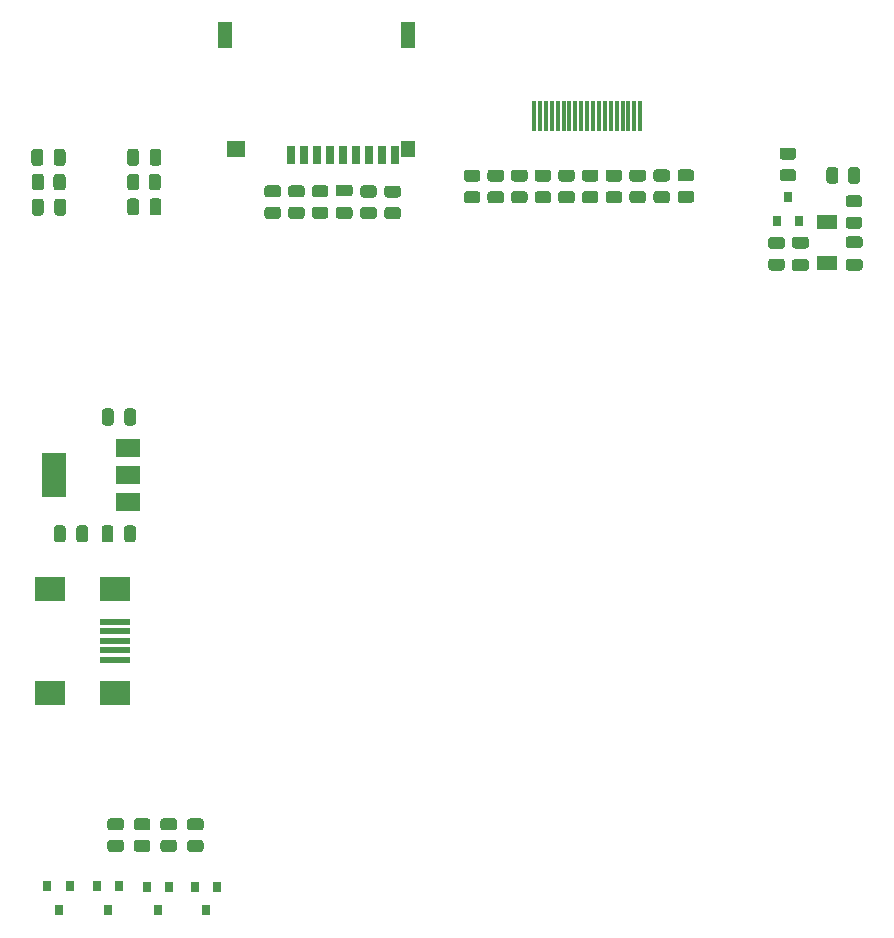
<source format=gbr>
%TF.GenerationSoftware,KiCad,Pcbnew,(5.1.8)-1*%
%TF.CreationDate,2021-04-17T11:25:56+02:00*%
%TF.ProjectId,CYC10 Board,43594331-3020-4426-9f61-72642e6b6963,rev?*%
%TF.SameCoordinates,Original*%
%TF.FileFunction,Paste,Top*%
%TF.FilePolarity,Positive*%
%FSLAX46Y46*%
G04 Gerber Fmt 4.6, Leading zero omitted, Abs format (unit mm)*
G04 Created by KiCad (PCBNEW (5.1.8)-1) date 2021-04-17 11:25:56*
%MOMM*%
%LPD*%
G01*
G04 APERTURE LIST*
%ADD10R,0.800000X0.900000*%
%ADD11R,1.700000X1.300000*%
%ADD12R,0.300000X2.600000*%
%ADD13R,0.700000X1.600000*%
%ADD14R,1.200000X1.400000*%
%ADD15R,1.600000X1.400000*%
%ADD16R,1.200000X2.200000*%
%ADD17R,2.000000X1.500000*%
%ADD18R,2.000000X3.800000*%
%ADD19R,2.500000X0.500000*%
%ADD20R,2.500000X2.000000*%
G04 APERTURE END LIST*
%TO.C,R31*%
G36*
G01*
X96313000Y-34342899D02*
X96313000Y-35242901D01*
G75*
G02*
X96063001Y-35492900I-249999J0D01*
G01*
X95537999Y-35492900D01*
G75*
G02*
X95288000Y-35242901I0J249999D01*
G01*
X95288000Y-34342899D01*
G75*
G02*
X95537999Y-34092900I249999J0D01*
G01*
X96063001Y-34092900D01*
G75*
G02*
X96313000Y-34342899I0J-249999D01*
G01*
G37*
G36*
G01*
X98138000Y-34342899D02*
X98138000Y-35242901D01*
G75*
G02*
X97888001Y-35492900I-249999J0D01*
G01*
X97362999Y-35492900D01*
G75*
G02*
X97113000Y-35242901I0J249999D01*
G01*
X97113000Y-34342899D01*
G75*
G02*
X97362999Y-34092900I249999J0D01*
G01*
X97888001Y-34092900D01*
G75*
G02*
X98138000Y-34342899I0J-249999D01*
G01*
G37*
%TD*%
%TO.C,R30*%
G36*
G01*
X98062201Y-37491700D02*
X97162199Y-37491700D01*
G75*
G02*
X96912200Y-37241701I0J249999D01*
G01*
X96912200Y-36716699D01*
G75*
G02*
X97162199Y-36466700I249999J0D01*
G01*
X98062201Y-36466700D01*
G75*
G02*
X98312200Y-36716699I0J-249999D01*
G01*
X98312200Y-37241701D01*
G75*
G02*
X98062201Y-37491700I-249999J0D01*
G01*
G37*
G36*
G01*
X98062201Y-39316700D02*
X97162199Y-39316700D01*
G75*
G02*
X96912200Y-39066701I0J249999D01*
G01*
X96912200Y-38541699D01*
G75*
G02*
X97162199Y-38291700I249999J0D01*
G01*
X98062201Y-38291700D01*
G75*
G02*
X98312200Y-38541699I0J-249999D01*
G01*
X98312200Y-39066701D01*
G75*
G02*
X98062201Y-39316700I-249999J0D01*
G01*
G37*
%TD*%
%TO.C,R29*%
G36*
G01*
X90614099Y-41832500D02*
X91514101Y-41832500D01*
G75*
G02*
X91764100Y-42082499I0J-249999D01*
G01*
X91764100Y-42607501D01*
G75*
G02*
X91514101Y-42857500I-249999J0D01*
G01*
X90614099Y-42857500D01*
G75*
G02*
X90364100Y-42607501I0J249999D01*
G01*
X90364100Y-42082499D01*
G75*
G02*
X90614099Y-41832500I249999J0D01*
G01*
G37*
G36*
G01*
X90614099Y-40007500D02*
X91514101Y-40007500D01*
G75*
G02*
X91764100Y-40257499I0J-249999D01*
G01*
X91764100Y-40782501D01*
G75*
G02*
X91514101Y-41032500I-249999J0D01*
G01*
X90614099Y-41032500D01*
G75*
G02*
X90364100Y-40782501I0J249999D01*
G01*
X90364100Y-40257499D01*
G75*
G02*
X90614099Y-40007500I249999J0D01*
G01*
G37*
%TD*%
%TO.C,R28*%
G36*
G01*
X91574199Y-34258200D02*
X92474201Y-34258200D01*
G75*
G02*
X92724200Y-34508199I0J-249999D01*
G01*
X92724200Y-35033201D01*
G75*
G02*
X92474201Y-35283200I-249999J0D01*
G01*
X91574199Y-35283200D01*
G75*
G02*
X91324200Y-35033201I0J249999D01*
G01*
X91324200Y-34508199D01*
G75*
G02*
X91574199Y-34258200I249999J0D01*
G01*
G37*
G36*
G01*
X91574199Y-32433200D02*
X92474201Y-32433200D01*
G75*
G02*
X92724200Y-32683199I0J-249999D01*
G01*
X92724200Y-33208201D01*
G75*
G02*
X92474201Y-33458200I-249999J0D01*
G01*
X91574199Y-33458200D01*
G75*
G02*
X91324200Y-33208201I0J249999D01*
G01*
X91324200Y-32683199D01*
G75*
G02*
X91574199Y-32433200I249999J0D01*
G01*
G37*
%TD*%
D10*
%TO.C,Q1*%
X92024200Y-36653000D03*
X92974200Y-38653000D03*
X91074200Y-38653000D03*
%TD*%
D11*
%TO.C,D5*%
X95377000Y-38717300D03*
X95377000Y-42217300D03*
%TD*%
%TO.C,C3*%
G36*
G01*
X98112600Y-40957100D02*
X97162600Y-40957100D01*
G75*
G02*
X96912600Y-40707100I0J250000D01*
G01*
X96912600Y-40207100D01*
G75*
G02*
X97162600Y-39957100I250000J0D01*
G01*
X98112600Y-39957100D01*
G75*
G02*
X98362600Y-40207100I0J-250000D01*
G01*
X98362600Y-40707100D01*
G75*
G02*
X98112600Y-40957100I-250000J0D01*
G01*
G37*
G36*
G01*
X98112600Y-42857100D02*
X97162600Y-42857100D01*
G75*
G02*
X96912600Y-42607100I0J250000D01*
G01*
X96912600Y-42107100D01*
G75*
G02*
X97162600Y-41857100I250000J0D01*
G01*
X98112600Y-41857100D01*
G75*
G02*
X98362600Y-42107100I0J-250000D01*
G01*
X98362600Y-42607100D01*
G75*
G02*
X98112600Y-42857100I-250000J0D01*
G01*
G37*
%TD*%
%TO.C,C2*%
G36*
G01*
X92605800Y-41887600D02*
X93555800Y-41887600D01*
G75*
G02*
X93805800Y-42137600I0J-250000D01*
G01*
X93805800Y-42637600D01*
G75*
G02*
X93555800Y-42887600I-250000J0D01*
G01*
X92605800Y-42887600D01*
G75*
G02*
X92355800Y-42637600I0J250000D01*
G01*
X92355800Y-42137600D01*
G75*
G02*
X92605800Y-41887600I250000J0D01*
G01*
G37*
G36*
G01*
X92605800Y-39987600D02*
X93555800Y-39987600D01*
G75*
G02*
X93805800Y-40237600I0J-250000D01*
G01*
X93805800Y-40737600D01*
G75*
G02*
X93555800Y-40987600I-250000J0D01*
G01*
X92605800Y-40987600D01*
G75*
G02*
X92355800Y-40737600I0J250000D01*
G01*
X92355800Y-40237600D01*
G75*
G02*
X92605800Y-39987600I250000J0D01*
G01*
G37*
%TD*%
%TO.C,C1*%
G36*
G01*
X54932600Y-36573000D02*
X53982600Y-36573000D01*
G75*
G02*
X53732600Y-36323000I0J250000D01*
G01*
X53732600Y-35823000D01*
G75*
G02*
X53982600Y-35573000I250000J0D01*
G01*
X54932600Y-35573000D01*
G75*
G02*
X55182600Y-35823000I0J-250000D01*
G01*
X55182600Y-36323000D01*
G75*
G02*
X54932600Y-36573000I-250000J0D01*
G01*
G37*
G36*
G01*
X54932600Y-38473000D02*
X53982600Y-38473000D01*
G75*
G02*
X53732600Y-38223000I0J250000D01*
G01*
X53732600Y-37723000D01*
G75*
G02*
X53982600Y-37473000I250000J0D01*
G01*
X54932600Y-37473000D01*
G75*
G02*
X55182600Y-37723000I0J-250000D01*
G01*
X55182600Y-38223000D01*
G75*
G02*
X54932600Y-38473000I-250000J0D01*
G01*
G37*
%TD*%
%TO.C,R27*%
G36*
G01*
X50869001Y-36651000D02*
X49968999Y-36651000D01*
G75*
G02*
X49719000Y-36401001I0J249999D01*
G01*
X49719000Y-35875999D01*
G75*
G02*
X49968999Y-35626000I249999J0D01*
G01*
X50869001Y-35626000D01*
G75*
G02*
X51119000Y-35875999I0J-249999D01*
G01*
X51119000Y-36401001D01*
G75*
G02*
X50869001Y-36651000I-249999J0D01*
G01*
G37*
G36*
G01*
X50869001Y-38476000D02*
X49968999Y-38476000D01*
G75*
G02*
X49719000Y-38226001I0J249999D01*
G01*
X49719000Y-37700999D01*
G75*
G02*
X49968999Y-37451000I249999J0D01*
G01*
X50869001Y-37451000D01*
G75*
G02*
X51119000Y-37700999I0J-249999D01*
G01*
X51119000Y-38226001D01*
G75*
G02*
X50869001Y-38476000I-249999J0D01*
G01*
G37*
%TD*%
%TO.C,R26*%
G36*
G01*
X52875601Y-36645900D02*
X51975599Y-36645900D01*
G75*
G02*
X51725600Y-36395901I0J249999D01*
G01*
X51725600Y-35870899D01*
G75*
G02*
X51975599Y-35620900I249999J0D01*
G01*
X52875601Y-35620900D01*
G75*
G02*
X53125600Y-35870899I0J-249999D01*
G01*
X53125600Y-36395901D01*
G75*
G02*
X52875601Y-36645900I-249999J0D01*
G01*
G37*
G36*
G01*
X52875601Y-38470900D02*
X51975599Y-38470900D01*
G75*
G02*
X51725600Y-38220901I0J249999D01*
G01*
X51725600Y-37695899D01*
G75*
G02*
X51975599Y-37445900I249999J0D01*
G01*
X52875601Y-37445900D01*
G75*
G02*
X53125600Y-37695899I0J-249999D01*
G01*
X53125600Y-38220901D01*
G75*
G02*
X52875601Y-38470900I-249999J0D01*
G01*
G37*
%TD*%
%TO.C,R25*%
G36*
G01*
X56965001Y-36666200D02*
X56064999Y-36666200D01*
G75*
G02*
X55815000Y-36416201I0J249999D01*
G01*
X55815000Y-35891199D01*
G75*
G02*
X56064999Y-35641200I249999J0D01*
G01*
X56965001Y-35641200D01*
G75*
G02*
X57215000Y-35891199I0J-249999D01*
G01*
X57215000Y-36416201D01*
G75*
G02*
X56965001Y-36666200I-249999J0D01*
G01*
G37*
G36*
G01*
X56965001Y-38491200D02*
X56064999Y-38491200D01*
G75*
G02*
X55815000Y-38241201I0J249999D01*
G01*
X55815000Y-37716199D01*
G75*
G02*
X56064999Y-37466200I249999J0D01*
G01*
X56965001Y-37466200D01*
G75*
G02*
X57215000Y-37716199I0J-249999D01*
G01*
X57215000Y-38241201D01*
G75*
G02*
X56965001Y-38491200I-249999J0D01*
G01*
G37*
%TD*%
%TO.C,R24*%
G36*
G01*
X59009701Y-36676400D02*
X58109699Y-36676400D01*
G75*
G02*
X57859700Y-36426401I0J249999D01*
G01*
X57859700Y-35901399D01*
G75*
G02*
X58109699Y-35651400I249999J0D01*
G01*
X59009701Y-35651400D01*
G75*
G02*
X59259700Y-35901399I0J-249999D01*
G01*
X59259700Y-36426401D01*
G75*
G02*
X59009701Y-36676400I-249999J0D01*
G01*
G37*
G36*
G01*
X59009701Y-38501400D02*
X58109699Y-38501400D01*
G75*
G02*
X57859700Y-38251401I0J249999D01*
G01*
X57859700Y-37726399D01*
G75*
G02*
X58109699Y-37476400I249999J0D01*
G01*
X59009701Y-37476400D01*
G75*
G02*
X59259700Y-37726399I0J-249999D01*
G01*
X59259700Y-38251401D01*
G75*
G02*
X59009701Y-38501400I-249999J0D01*
G01*
G37*
%TD*%
%TO.C,R5*%
G36*
G01*
X39156199Y-91047500D02*
X40056201Y-91047500D01*
G75*
G02*
X40306200Y-91297499I0J-249999D01*
G01*
X40306200Y-91822501D01*
G75*
G02*
X40056201Y-92072500I-249999J0D01*
G01*
X39156199Y-92072500D01*
G75*
G02*
X38906200Y-91822501I0J249999D01*
G01*
X38906200Y-91297499D01*
G75*
G02*
X39156199Y-91047500I249999J0D01*
G01*
G37*
G36*
G01*
X39156199Y-89222500D02*
X40056201Y-89222500D01*
G75*
G02*
X40306200Y-89472499I0J-249999D01*
G01*
X40306200Y-89997501D01*
G75*
G02*
X40056201Y-90247500I-249999J0D01*
G01*
X39156199Y-90247500D01*
G75*
G02*
X38906200Y-89997501I0J249999D01*
G01*
X38906200Y-89472499D01*
G75*
G02*
X39156199Y-89222500I249999J0D01*
G01*
G37*
%TD*%
%TO.C,R4*%
G36*
G01*
X41406699Y-91055100D02*
X42306701Y-91055100D01*
G75*
G02*
X42556700Y-91305099I0J-249999D01*
G01*
X42556700Y-91830101D01*
G75*
G02*
X42306701Y-92080100I-249999J0D01*
G01*
X41406699Y-92080100D01*
G75*
G02*
X41156700Y-91830101I0J249999D01*
G01*
X41156700Y-91305099D01*
G75*
G02*
X41406699Y-91055100I249999J0D01*
G01*
G37*
G36*
G01*
X41406699Y-89230100D02*
X42306701Y-89230100D01*
G75*
G02*
X42556700Y-89480099I0J-249999D01*
G01*
X42556700Y-90005101D01*
G75*
G02*
X42306701Y-90255100I-249999J0D01*
G01*
X41406699Y-90255100D01*
G75*
G02*
X41156700Y-90005101I0J249999D01*
G01*
X41156700Y-89480099D01*
G75*
G02*
X41406699Y-89230100I249999J0D01*
G01*
G37*
%TD*%
%TO.C,R3*%
G36*
G01*
X34660399Y-91042400D02*
X35560401Y-91042400D01*
G75*
G02*
X35810400Y-91292399I0J-249999D01*
G01*
X35810400Y-91817401D01*
G75*
G02*
X35560401Y-92067400I-249999J0D01*
G01*
X34660399Y-92067400D01*
G75*
G02*
X34410400Y-91817401I0J249999D01*
G01*
X34410400Y-91292399D01*
G75*
G02*
X34660399Y-91042400I249999J0D01*
G01*
G37*
G36*
G01*
X34660399Y-89217400D02*
X35560401Y-89217400D01*
G75*
G02*
X35810400Y-89467399I0J-249999D01*
G01*
X35810400Y-89992401D01*
G75*
G02*
X35560401Y-90242400I-249999J0D01*
G01*
X34660399Y-90242400D01*
G75*
G02*
X34410400Y-89992401I0J249999D01*
G01*
X34410400Y-89467399D01*
G75*
G02*
X34660399Y-89217400I249999J0D01*
G01*
G37*
%TD*%
%TO.C,R2*%
G36*
G01*
X36903199Y-91052600D02*
X37803201Y-91052600D01*
G75*
G02*
X38053200Y-91302599I0J-249999D01*
G01*
X38053200Y-91827601D01*
G75*
G02*
X37803201Y-92077600I-249999J0D01*
G01*
X36903199Y-92077600D01*
G75*
G02*
X36653200Y-91827601I0J249999D01*
G01*
X36653200Y-91302599D01*
G75*
G02*
X36903199Y-91052600I249999J0D01*
G01*
G37*
G36*
G01*
X36903199Y-89227600D02*
X37803201Y-89227600D01*
G75*
G02*
X38053200Y-89477599I0J-249999D01*
G01*
X38053200Y-90002601D01*
G75*
G02*
X37803201Y-90252600I-249999J0D01*
G01*
X36903199Y-90252600D01*
G75*
G02*
X36653200Y-90002601I0J249999D01*
G01*
X36653200Y-89477599D01*
G75*
G02*
X36903199Y-89227600I249999J0D01*
G01*
G37*
%TD*%
%TO.C,R18*%
G36*
G01*
X80898599Y-36112400D02*
X81798601Y-36112400D01*
G75*
G02*
X82048600Y-36362399I0J-249999D01*
G01*
X82048600Y-36887401D01*
G75*
G02*
X81798601Y-37137400I-249999J0D01*
G01*
X80898599Y-37137400D01*
G75*
G02*
X80648600Y-36887401I0J249999D01*
G01*
X80648600Y-36362399D01*
G75*
G02*
X80898599Y-36112400I249999J0D01*
G01*
G37*
G36*
G01*
X80898599Y-34287400D02*
X81798601Y-34287400D01*
G75*
G02*
X82048600Y-34537399I0J-249999D01*
G01*
X82048600Y-35062401D01*
G75*
G02*
X81798601Y-35312400I-249999J0D01*
G01*
X80898599Y-35312400D01*
G75*
G02*
X80648600Y-35062401I0J249999D01*
G01*
X80648600Y-34537399D01*
G75*
G02*
X80898599Y-34287400I249999J0D01*
G01*
G37*
%TD*%
%TO.C,R22*%
G36*
G01*
X37908200Y-35814401D02*
X37908200Y-34914399D01*
G75*
G02*
X38158199Y-34664400I249999J0D01*
G01*
X38683201Y-34664400D01*
G75*
G02*
X38933200Y-34914399I0J-249999D01*
G01*
X38933200Y-35814401D01*
G75*
G02*
X38683201Y-36064400I-249999J0D01*
G01*
X38158199Y-36064400D01*
G75*
G02*
X37908200Y-35814401I0J249999D01*
G01*
G37*
G36*
G01*
X36083200Y-35814401D02*
X36083200Y-34914399D01*
G75*
G02*
X36333199Y-34664400I249999J0D01*
G01*
X36858201Y-34664400D01*
G75*
G02*
X37108200Y-34914399I0J-249999D01*
G01*
X37108200Y-35814401D01*
G75*
G02*
X36858201Y-36064400I-249999J0D01*
G01*
X36333199Y-36064400D01*
G75*
G02*
X36083200Y-35814401I0J249999D01*
G01*
G37*
%TD*%
%TO.C,R21*%
G36*
G01*
X29048800Y-34909299D02*
X29048800Y-35809301D01*
G75*
G02*
X28798801Y-36059300I-249999J0D01*
G01*
X28273799Y-36059300D01*
G75*
G02*
X28023800Y-35809301I0J249999D01*
G01*
X28023800Y-34909299D01*
G75*
G02*
X28273799Y-34659300I249999J0D01*
G01*
X28798801Y-34659300D01*
G75*
G02*
X29048800Y-34909299I0J-249999D01*
G01*
G37*
G36*
G01*
X30873800Y-34909299D02*
X30873800Y-35809301D01*
G75*
G02*
X30623801Y-36059300I-249999J0D01*
G01*
X30098799Y-36059300D01*
G75*
G02*
X29848800Y-35809301I0J249999D01*
G01*
X29848800Y-34909299D01*
G75*
G02*
X30098799Y-34659300I249999J0D01*
G01*
X30623801Y-34659300D01*
G75*
G02*
X30873800Y-34909299I0J-249999D01*
G01*
G37*
%TD*%
%TO.C,R17*%
G36*
G01*
X83840701Y-35307300D02*
X82940699Y-35307300D01*
G75*
G02*
X82690700Y-35057301I0J249999D01*
G01*
X82690700Y-34532299D01*
G75*
G02*
X82940699Y-34282300I249999J0D01*
G01*
X83840701Y-34282300D01*
G75*
G02*
X84090700Y-34532299I0J-249999D01*
G01*
X84090700Y-35057301D01*
G75*
G02*
X83840701Y-35307300I-249999J0D01*
G01*
G37*
G36*
G01*
X83840701Y-37132300D02*
X82940699Y-37132300D01*
G75*
G02*
X82690700Y-36882301I0J249999D01*
G01*
X82690700Y-36357299D01*
G75*
G02*
X82940699Y-36107300I249999J0D01*
G01*
X83840701Y-36107300D01*
G75*
G02*
X84090700Y-36357299I0J-249999D01*
G01*
X84090700Y-36882301D01*
G75*
G02*
X83840701Y-37132300I-249999J0D01*
G01*
G37*
%TD*%
%TO.C,R16*%
G36*
G01*
X78866599Y-36120000D02*
X79766601Y-36120000D01*
G75*
G02*
X80016600Y-36369999I0J-249999D01*
G01*
X80016600Y-36895001D01*
G75*
G02*
X79766601Y-37145000I-249999J0D01*
G01*
X78866599Y-37145000D01*
G75*
G02*
X78616600Y-36895001I0J249999D01*
G01*
X78616600Y-36369999D01*
G75*
G02*
X78866599Y-36120000I249999J0D01*
G01*
G37*
G36*
G01*
X78866599Y-34295000D02*
X79766601Y-34295000D01*
G75*
G02*
X80016600Y-34544999I0J-249999D01*
G01*
X80016600Y-35070001D01*
G75*
G02*
X79766601Y-35320000I-249999J0D01*
G01*
X78866599Y-35320000D01*
G75*
G02*
X78616600Y-35070001I0J249999D01*
G01*
X78616600Y-34544999D01*
G75*
G02*
X78866599Y-34295000I249999J0D01*
G01*
G37*
%TD*%
%TO.C,R15*%
G36*
G01*
X76847299Y-36120000D02*
X77747301Y-36120000D01*
G75*
G02*
X77997300Y-36369999I0J-249999D01*
G01*
X77997300Y-36895001D01*
G75*
G02*
X77747301Y-37145000I-249999J0D01*
G01*
X76847299Y-37145000D01*
G75*
G02*
X76597300Y-36895001I0J249999D01*
G01*
X76597300Y-36369999D01*
G75*
G02*
X76847299Y-36120000I249999J0D01*
G01*
G37*
G36*
G01*
X76847299Y-34295000D02*
X77747301Y-34295000D01*
G75*
G02*
X77997300Y-34544999I0J-249999D01*
G01*
X77997300Y-35070001D01*
G75*
G02*
X77747301Y-35320000I-249999J0D01*
G01*
X76847299Y-35320000D01*
G75*
G02*
X76597300Y-35070001I0J249999D01*
G01*
X76597300Y-34544999D01*
G75*
G02*
X76847299Y-34295000I249999J0D01*
G01*
G37*
%TD*%
%TO.C,R14*%
G36*
G01*
X72836599Y-36122600D02*
X73736601Y-36122600D01*
G75*
G02*
X73986600Y-36372599I0J-249999D01*
G01*
X73986600Y-36897601D01*
G75*
G02*
X73736601Y-37147600I-249999J0D01*
G01*
X72836599Y-37147600D01*
G75*
G02*
X72586600Y-36897601I0J249999D01*
G01*
X72586600Y-36372599D01*
G75*
G02*
X72836599Y-36122600I249999J0D01*
G01*
G37*
G36*
G01*
X72836599Y-34297600D02*
X73736601Y-34297600D01*
G75*
G02*
X73986600Y-34547599I0J-249999D01*
G01*
X73986600Y-35072601D01*
G75*
G02*
X73736601Y-35322600I-249999J0D01*
G01*
X72836599Y-35322600D01*
G75*
G02*
X72586600Y-35072601I0J249999D01*
G01*
X72586600Y-34547599D01*
G75*
G02*
X72836599Y-34297600I249999J0D01*
G01*
G37*
%TD*%
%TO.C,R13*%
G36*
G01*
X74843199Y-36117500D02*
X75743201Y-36117500D01*
G75*
G02*
X75993200Y-36367499I0J-249999D01*
G01*
X75993200Y-36892501D01*
G75*
G02*
X75743201Y-37142500I-249999J0D01*
G01*
X74843199Y-37142500D01*
G75*
G02*
X74593200Y-36892501I0J249999D01*
G01*
X74593200Y-36367499D01*
G75*
G02*
X74843199Y-36117500I249999J0D01*
G01*
G37*
G36*
G01*
X74843199Y-34292500D02*
X75743201Y-34292500D01*
G75*
G02*
X75993200Y-34542499I0J-249999D01*
G01*
X75993200Y-35067501D01*
G75*
G02*
X75743201Y-35317500I-249999J0D01*
G01*
X74843199Y-35317500D01*
G75*
G02*
X74593200Y-35067501I0J249999D01*
G01*
X74593200Y-34542499D01*
G75*
G02*
X74843199Y-34292500I249999J0D01*
G01*
G37*
%TD*%
%TO.C,R12*%
G36*
G01*
X70832599Y-36122600D02*
X71732601Y-36122600D01*
G75*
G02*
X71982600Y-36372599I0J-249999D01*
G01*
X71982600Y-36897601D01*
G75*
G02*
X71732601Y-37147600I-249999J0D01*
G01*
X70832599Y-37147600D01*
G75*
G02*
X70582600Y-36897601I0J249999D01*
G01*
X70582600Y-36372599D01*
G75*
G02*
X70832599Y-36122600I249999J0D01*
G01*
G37*
G36*
G01*
X70832599Y-34297600D02*
X71732601Y-34297600D01*
G75*
G02*
X71982600Y-34547599I0J-249999D01*
G01*
X71982600Y-35072601D01*
G75*
G02*
X71732601Y-35322600I-249999J0D01*
G01*
X70832599Y-35322600D01*
G75*
G02*
X70582600Y-35072601I0J249999D01*
G01*
X70582600Y-34547599D01*
G75*
G02*
X70832599Y-34297600I249999J0D01*
G01*
G37*
%TD*%
%TO.C,R11*%
G36*
G01*
X68838699Y-36125100D02*
X69738701Y-36125100D01*
G75*
G02*
X69988700Y-36375099I0J-249999D01*
G01*
X69988700Y-36900101D01*
G75*
G02*
X69738701Y-37150100I-249999J0D01*
G01*
X68838699Y-37150100D01*
G75*
G02*
X68588700Y-36900101I0J249999D01*
G01*
X68588700Y-36375099D01*
G75*
G02*
X68838699Y-36125100I249999J0D01*
G01*
G37*
G36*
G01*
X68838699Y-34300100D02*
X69738701Y-34300100D01*
G75*
G02*
X69988700Y-34550099I0J-249999D01*
G01*
X69988700Y-35075101D01*
G75*
G02*
X69738701Y-35325100I-249999J0D01*
G01*
X68838699Y-35325100D01*
G75*
G02*
X68588700Y-35075101I0J249999D01*
G01*
X68588700Y-34550099D01*
G75*
G02*
X68838699Y-34300100I249999J0D01*
G01*
G37*
%TD*%
%TO.C,R10*%
G36*
G01*
X64843199Y-36132700D02*
X65743201Y-36132700D01*
G75*
G02*
X65993200Y-36382699I0J-249999D01*
G01*
X65993200Y-36907701D01*
G75*
G02*
X65743201Y-37157700I-249999J0D01*
G01*
X64843199Y-37157700D01*
G75*
G02*
X64593200Y-36907701I0J249999D01*
G01*
X64593200Y-36382699D01*
G75*
G02*
X64843199Y-36132700I249999J0D01*
G01*
G37*
G36*
G01*
X64843199Y-34307700D02*
X65743201Y-34307700D01*
G75*
G02*
X65993200Y-34557699I0J-249999D01*
G01*
X65993200Y-35082701D01*
G75*
G02*
X65743201Y-35332700I-249999J0D01*
G01*
X64843199Y-35332700D01*
G75*
G02*
X64593200Y-35082701I0J249999D01*
G01*
X64593200Y-34557699D01*
G75*
G02*
X64843199Y-34307700I249999J0D01*
G01*
G37*
%TD*%
%TO.C,R9*%
G36*
G01*
X66842199Y-36130200D02*
X67742201Y-36130200D01*
G75*
G02*
X67992200Y-36380199I0J-249999D01*
G01*
X67992200Y-36905201D01*
G75*
G02*
X67742201Y-37155200I-249999J0D01*
G01*
X66842199Y-37155200D01*
G75*
G02*
X66592200Y-36905201I0J249999D01*
G01*
X66592200Y-36380199D01*
G75*
G02*
X66842199Y-36130200I249999J0D01*
G01*
G37*
G36*
G01*
X66842199Y-34305200D02*
X67742201Y-34305200D01*
G75*
G02*
X67992200Y-34555199I0J-249999D01*
G01*
X67992200Y-35080201D01*
G75*
G02*
X67742201Y-35330200I-249999J0D01*
G01*
X66842199Y-35330200D01*
G75*
G02*
X66592200Y-35080201I0J249999D01*
G01*
X66592200Y-34555199D01*
G75*
G02*
X66842199Y-34305200I249999J0D01*
G01*
G37*
%TD*%
%TO.C,C19*%
G36*
G01*
X37988700Y-33738800D02*
X37988700Y-32788800D01*
G75*
G02*
X38238700Y-32538800I250000J0D01*
G01*
X38738700Y-32538800D01*
G75*
G02*
X38988700Y-32788800I0J-250000D01*
G01*
X38988700Y-33738800D01*
G75*
G02*
X38738700Y-33988800I-250000J0D01*
G01*
X38238700Y-33988800D01*
G75*
G02*
X37988700Y-33738800I0J250000D01*
G01*
G37*
G36*
G01*
X36088700Y-33738800D02*
X36088700Y-32788800D01*
G75*
G02*
X36338700Y-32538800I250000J0D01*
G01*
X36838700Y-32538800D01*
G75*
G02*
X37088700Y-32788800I0J-250000D01*
G01*
X37088700Y-33738800D01*
G75*
G02*
X36838700Y-33988800I-250000J0D01*
G01*
X36338700Y-33988800D01*
G75*
G02*
X36088700Y-33738800I0J250000D01*
G01*
G37*
%TD*%
%TO.C,C18*%
G36*
G01*
X28973400Y-32788800D02*
X28973400Y-33738800D01*
G75*
G02*
X28723400Y-33988800I-250000J0D01*
G01*
X28223400Y-33988800D01*
G75*
G02*
X27973400Y-33738800I0J250000D01*
G01*
X27973400Y-32788800D01*
G75*
G02*
X28223400Y-32538800I250000J0D01*
G01*
X28723400Y-32538800D01*
G75*
G02*
X28973400Y-32788800I0J-250000D01*
G01*
G37*
G36*
G01*
X30873400Y-32788800D02*
X30873400Y-33738800D01*
G75*
G02*
X30623400Y-33988800I-250000J0D01*
G01*
X30123400Y-33988800D01*
G75*
G02*
X29873400Y-33738800I0J250000D01*
G01*
X29873400Y-32788800D01*
G75*
G02*
X30123400Y-32538800I250000J0D01*
G01*
X30623400Y-32538800D01*
G75*
G02*
X30873400Y-32788800I0J-250000D01*
G01*
G37*
%TD*%
%TO.C,C17*%
G36*
G01*
X37083600Y-36982400D02*
X37083600Y-37932400D01*
G75*
G02*
X36833600Y-38182400I-250000J0D01*
G01*
X36333600Y-38182400D01*
G75*
G02*
X36083600Y-37932400I0J250000D01*
G01*
X36083600Y-36982400D01*
G75*
G02*
X36333600Y-36732400I250000J0D01*
G01*
X36833600Y-36732400D01*
G75*
G02*
X37083600Y-36982400I0J-250000D01*
G01*
G37*
G36*
G01*
X38983600Y-36982400D02*
X38983600Y-37932400D01*
G75*
G02*
X38733600Y-38182400I-250000J0D01*
G01*
X38233600Y-38182400D01*
G75*
G02*
X37983600Y-37932400I0J250000D01*
G01*
X37983600Y-36982400D01*
G75*
G02*
X38233600Y-36732400I250000J0D01*
G01*
X38733600Y-36732400D01*
G75*
G02*
X38983600Y-36982400I0J-250000D01*
G01*
G37*
%TD*%
%TO.C,C16*%
G36*
G01*
X29914000Y-37960300D02*
X29914000Y-37010300D01*
G75*
G02*
X30164000Y-36760300I250000J0D01*
G01*
X30664000Y-36760300D01*
G75*
G02*
X30914000Y-37010300I0J-250000D01*
G01*
X30914000Y-37960300D01*
G75*
G02*
X30664000Y-38210300I-250000J0D01*
G01*
X30164000Y-38210300D01*
G75*
G02*
X29914000Y-37960300I0J250000D01*
G01*
G37*
G36*
G01*
X28014000Y-37960300D02*
X28014000Y-37010300D01*
G75*
G02*
X28264000Y-36760300I250000J0D01*
G01*
X28764000Y-36760300D01*
G75*
G02*
X29014000Y-37010300I0J-250000D01*
G01*
X29014000Y-37960300D01*
G75*
G02*
X28764000Y-38210300I-250000J0D01*
G01*
X28264000Y-38210300D01*
G75*
G02*
X28014000Y-37960300I0J250000D01*
G01*
G37*
%TD*%
%TO.C,C13*%
G36*
G01*
X31786000Y-65618400D02*
X31786000Y-64668400D01*
G75*
G02*
X32036000Y-64418400I250000J0D01*
G01*
X32536000Y-64418400D01*
G75*
G02*
X32786000Y-64668400I0J-250000D01*
G01*
X32786000Y-65618400D01*
G75*
G02*
X32536000Y-65868400I-250000J0D01*
G01*
X32036000Y-65868400D01*
G75*
G02*
X31786000Y-65618400I0J250000D01*
G01*
G37*
G36*
G01*
X29886000Y-65618400D02*
X29886000Y-64668400D01*
G75*
G02*
X30136000Y-64418400I250000J0D01*
G01*
X30636000Y-64418400D01*
G75*
G02*
X30886000Y-64668400I0J-250000D01*
G01*
X30886000Y-65618400D01*
G75*
G02*
X30636000Y-65868400I-250000J0D01*
G01*
X30136000Y-65868400D01*
G75*
G02*
X29886000Y-65618400I0J250000D01*
G01*
G37*
%TD*%
%TO.C,C12*%
G36*
G01*
X35827100Y-65618400D02*
X35827100Y-64668400D01*
G75*
G02*
X36077100Y-64418400I250000J0D01*
G01*
X36577100Y-64418400D01*
G75*
G02*
X36827100Y-64668400I0J-250000D01*
G01*
X36827100Y-65618400D01*
G75*
G02*
X36577100Y-65868400I-250000J0D01*
G01*
X36077100Y-65868400D01*
G75*
G02*
X35827100Y-65618400I0J250000D01*
G01*
G37*
G36*
G01*
X33927100Y-65618400D02*
X33927100Y-64668400D01*
G75*
G02*
X34177100Y-64418400I250000J0D01*
G01*
X34677100Y-64418400D01*
G75*
G02*
X34927100Y-64668400I0J-250000D01*
G01*
X34927100Y-65618400D01*
G75*
G02*
X34677100Y-65868400I-250000J0D01*
G01*
X34177100Y-65868400D01*
G75*
G02*
X33927100Y-65618400I0J250000D01*
G01*
G37*
%TD*%
%TO.C,C9*%
G36*
G01*
X34939800Y-54770000D02*
X34939800Y-55720000D01*
G75*
G02*
X34689800Y-55970000I-250000J0D01*
G01*
X34189800Y-55970000D01*
G75*
G02*
X33939800Y-55720000I0J250000D01*
G01*
X33939800Y-54770000D01*
G75*
G02*
X34189800Y-54520000I250000J0D01*
G01*
X34689800Y-54520000D01*
G75*
G02*
X34939800Y-54770000I0J-250000D01*
G01*
G37*
G36*
G01*
X36839800Y-54770000D02*
X36839800Y-55720000D01*
G75*
G02*
X36589800Y-55970000I-250000J0D01*
G01*
X36089800Y-55970000D01*
G75*
G02*
X35839800Y-55720000I0J250000D01*
G01*
X35839800Y-54770000D01*
G75*
G02*
X36089800Y-54520000I250000J0D01*
G01*
X36589800Y-54520000D01*
G75*
G02*
X36839800Y-54770000I0J-250000D01*
G01*
G37*
%TD*%
%TO.C,R1*%
G36*
G01*
X48859902Y-36653500D02*
X47959898Y-36653500D01*
G75*
G02*
X47709900Y-36403502I0J249998D01*
G01*
X47709900Y-35878498D01*
G75*
G02*
X47959898Y-35628500I249998J0D01*
G01*
X48859902Y-35628500D01*
G75*
G02*
X49109900Y-35878498I0J-249998D01*
G01*
X49109900Y-36403502D01*
G75*
G02*
X48859902Y-36653500I-249998J0D01*
G01*
G37*
G36*
G01*
X48859902Y-38478500D02*
X47959898Y-38478500D01*
G75*
G02*
X47709900Y-38228502I0J249998D01*
G01*
X47709900Y-37703498D01*
G75*
G02*
X47959898Y-37453500I249998J0D01*
G01*
X48859902Y-37453500D01*
G75*
G02*
X49109900Y-37703498I0J-249998D01*
G01*
X49109900Y-38228502D01*
G75*
G02*
X48859902Y-38478500I-249998J0D01*
G01*
G37*
%TD*%
D12*
%TO.C,J8*%
X70531600Y-29759900D03*
X71031600Y-29759900D03*
X71531600Y-29759900D03*
X72031600Y-29759900D03*
X72531600Y-29759900D03*
X73031600Y-29759900D03*
X73531600Y-29759900D03*
X74031600Y-29759900D03*
X74531600Y-29759900D03*
X75031600Y-29759900D03*
X75531600Y-29759900D03*
X76031600Y-29759900D03*
X76531600Y-29759900D03*
X77031600Y-29759900D03*
X77531600Y-29759900D03*
X78031600Y-29759900D03*
X78531600Y-29759900D03*
X79031600Y-29759900D03*
X79531600Y-29759900D03*
%TD*%
D13*
%TO.C,J7*%
X52123300Y-33042500D03*
X51023300Y-33042500D03*
X49923300Y-33042500D03*
X53223300Y-33042500D03*
X54323300Y-33042500D03*
X55423300Y-33042500D03*
X57623300Y-33042500D03*
X56523300Y-33042500D03*
X58723300Y-33042500D03*
D14*
X59873300Y-32542500D03*
D15*
X45273300Y-32542500D03*
D16*
X59873300Y-22942500D03*
X44373300Y-22942500D03*
%TD*%
D10*
%TO.C,D2*%
X42783700Y-97017500D03*
X41833700Y-95017500D03*
X43733700Y-95017500D03*
%TD*%
D17*
%TO.C,U2*%
X36172500Y-62480200D03*
X36172500Y-57880200D03*
X36172500Y-60180200D03*
D18*
X29872500Y-60180200D03*
%TD*%
D10*
%TO.C,D4*%
X38699400Y-97009500D03*
X37749400Y-95009500D03*
X39649400Y-95009500D03*
%TD*%
%TO.C,D3*%
X34465300Y-96981700D03*
X33515300Y-94981700D03*
X35415300Y-94981700D03*
%TD*%
%TO.C,D1*%
X30279300Y-96986700D03*
X29329300Y-94986700D03*
X31229300Y-94986700D03*
%TD*%
D19*
%TO.C,J9*%
X35025600Y-75788300D03*
X35025600Y-74988300D03*
X35025600Y-74188300D03*
X35025600Y-73388300D03*
X35025600Y-72588300D03*
D20*
X35025600Y-78588300D03*
X35025600Y-69788300D03*
X29525600Y-78588300D03*
X29525600Y-69788300D03*
%TD*%
M02*

</source>
